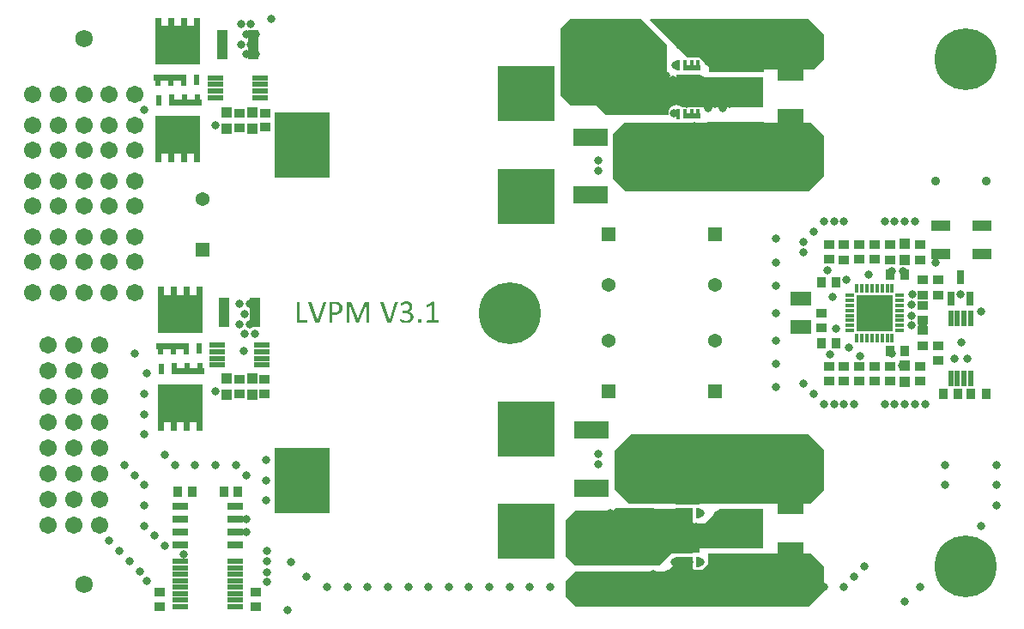
<source format=gts>
G04*
G04 #@! TF.GenerationSoftware,Altium Limited,Altium Designer,22.9.1 (49)*
G04*
G04 Layer_Color=8388736*
%FSLAX25Y25*%
%MOIN*%
G70*
G04*
G04 #@! TF.SameCoordinates,31D07EA8-2EF4-44A7-A807-3D2BB65C9B75*
G04*
G04*
G04 #@! TF.FilePolarity,Negative*
G04*
G01*
G75*
%ADD43R,0.09843X0.10080*%
%ADD47R,0.21181X0.25394*%
%ADD48R,0.22402X0.21378*%
%ADD49R,0.03465X0.04252*%
%ADD50R,0.01732X0.02362*%
%ADD51R,0.01732X0.04331*%
%ADD52R,0.01732X0.03543*%
%ADD53R,0.09409X0.07126*%
%ADD54R,0.06850X0.02362*%
%ADD55R,0.07559X0.04409*%
%ADD56R,0.01968X0.04331*%
%ADD57R,0.06004X0.02165*%
%ADD58R,0.04331X0.04134*%
%ADD59R,0.04252X0.03465*%
%ADD60R,0.04016X0.11496*%
%ADD61R,0.02165X0.06201*%
%ADD62R,0.04331X0.03740*%
%ADD63R,0.02953X0.05315*%
%ADD64R,0.14370X0.14370*%
%ADD65R,0.01496X0.03661*%
%ADD66R,0.01575X0.03740*%
%ADD67R,0.03661X0.01496*%
%ADD68R,0.03740X0.01575*%
%ADD69R,0.08110X0.05433*%
%ADD70R,0.03740X0.04331*%
%ADD71R,0.06299X0.02106*%
%ADD72R,0.21693X0.03583*%
%ADD73R,0.13780X0.06890*%
%ADD74R,0.06398X0.02953*%
%ADD75C,0.03543*%
%ADD76C,0.06713*%
%ADD77C,0.06791*%
%ADD78C,0.05413*%
%ADD79R,0.05413X0.05413*%
%ADD80C,0.03150*%
%ADD81C,0.24016*%
G36*
X76595Y214735D02*
X59232D01*
Y232648D01*
X61594D01*
Y229498D01*
X64232D01*
Y232648D01*
X66594D01*
Y229498D01*
X69232D01*
Y232648D01*
X71595D01*
Y229498D01*
X74232D01*
Y232648D01*
X76595D01*
Y214735D01*
D02*
G37*
G36*
X318898Y226378D02*
X318898Y216535D01*
X314936Y212574D01*
X275255Y212624D01*
X270556Y217323D01*
X265859D01*
X251361Y231821D01*
X251552Y232283D01*
X312992D01*
X318898Y226378D01*
D02*
G37*
G36*
X71398Y206467D02*
X69429D01*
Y208435D01*
X66398D01*
Y206467D01*
X64429D01*
Y208435D01*
X61398D01*
Y206467D01*
X59429D01*
Y208435D01*
X58799D01*
Y210798D01*
X71398D01*
Y206467D01*
D02*
G37*
G36*
X76535Y200984D02*
X77165D01*
Y198622D01*
X64567D01*
Y202953D01*
X66535D01*
Y200984D01*
X69567D01*
Y202953D01*
X71535D01*
Y200984D01*
X74567D01*
Y202953D01*
X76535D01*
Y200984D01*
D02*
G37*
G36*
X257874Y222441D02*
Y209674D01*
X295276Y209674D01*
Y197967D01*
X264067Y197967D01*
X264067Y197967D01*
X263666Y198310D01*
X262725Y198780D01*
X261683Y198923D01*
X260650Y198724D01*
X259736Y198205D01*
X259037Y197419D01*
X258626Y196451D01*
X258548Y195402D01*
X258572Y195264D01*
X258249Y194882D01*
X234252Y194882D01*
X230315Y198819D01*
X220472D01*
X216535Y202756D01*
X216535Y228346D01*
X220472Y232283D01*
X248031D01*
X257874Y222441D01*
D02*
G37*
G36*
X76732Y176772D02*
X74370D01*
Y179921D01*
X71732D01*
Y176772D01*
X69370D01*
Y179921D01*
X66732D01*
Y176772D01*
X64370D01*
Y179921D01*
X61732D01*
Y176772D01*
X59370D01*
Y194685D01*
X76732D01*
Y176772D01*
D02*
G37*
G36*
X313780Y192126D02*
X318898Y187008D01*
X318898Y171260D01*
X312992Y165354D01*
X242126Y165354D01*
X237008Y170472D01*
Y187795D01*
X241339Y192126D01*
X313780Y192126D01*
D02*
G37*
G36*
X77579Y110335D02*
X60216D01*
Y128248D01*
X62579D01*
Y125098D01*
X65216D01*
Y128248D01*
X67579D01*
Y125098D01*
X70217D01*
Y128248D01*
X72579D01*
Y125098D01*
X75217D01*
Y128248D01*
X77579D01*
Y110335D01*
D02*
G37*
G36*
X72382Y102067D02*
X70413D01*
Y104035D01*
X67382D01*
Y102067D01*
X65413D01*
Y104035D01*
X62382D01*
Y102067D01*
X60413D01*
Y104035D01*
X59784D01*
Y106398D01*
X72382D01*
Y102067D01*
D02*
G37*
G36*
X77520Y96653D02*
X78150D01*
Y94291D01*
X65551D01*
Y98622D01*
X67520D01*
Y96653D01*
X70551D01*
Y98622D01*
X72520D01*
Y96653D01*
X75551D01*
Y98622D01*
X77520D01*
Y96653D01*
D02*
G37*
G36*
X77716Y72441D02*
X75354D01*
Y75590D01*
X72716D01*
Y72441D01*
X70354D01*
Y75590D01*
X67716D01*
Y72441D01*
X65354D01*
Y75590D01*
X62717D01*
Y72441D01*
X60354D01*
Y90354D01*
X77716D01*
Y72441D01*
D02*
G37*
G36*
X312992Y70866D02*
X318898Y64961D01*
Y49213D01*
X313779Y44094D01*
X243307D01*
X237795Y49606D01*
Y64567D01*
X244094Y70866D01*
X312992Y70866D01*
D02*
G37*
G36*
X268110Y42126D02*
Y36256D01*
X272499D01*
Y36278D01*
X278166Y41945D01*
X295276D01*
Y26630D01*
X268110D01*
Y24803D01*
X259547D01*
X254823Y20079D01*
X222047D01*
X218504Y23622D01*
Y37402D01*
X222441Y41339D01*
X237090D01*
X238160Y42408D01*
X268110Y42126D01*
D02*
G37*
G36*
X318898Y19685D02*
X318898Y9843D01*
X312992Y3937D01*
X222441Y3937D01*
X218504Y7874D01*
Y13780D01*
X222441Y17717D01*
X257874D01*
X260630Y20472D01*
X267323D01*
Y19016D01*
X268032Y18307D01*
X271732D01*
X273859Y20434D01*
Y24623D01*
X313960D01*
X318898Y19685D01*
D02*
G37*
G36*
X142099Y122436D02*
X142154Y122415D01*
X142165Y122404D01*
X142209Y122393D01*
X142252Y122360D01*
X142296Y122316D01*
X142307Y122305D01*
X142340Y122283D01*
X142373Y122229D01*
X142405Y122174D01*
X142416Y122163D01*
X142427Y122119D01*
X142438Y122043D01*
X142449Y121955D01*
Y114457D01*
Y114446D01*
Y114425D01*
X142438Y114392D01*
X142416Y114359D01*
X142394Y114337D01*
X142373Y114326D01*
X142329Y114304D01*
X142318D01*
X142285Y114294D01*
X142230D01*
X142165Y114283D01*
X142143D01*
X142099Y114272D01*
X142012Y114261D01*
X141815D01*
X141728Y114272D01*
X141640Y114283D01*
X141629D01*
X141586Y114294D01*
X141531D01*
X141476Y114304D01*
X141465D01*
X141444Y114315D01*
X141411Y114337D01*
X141389Y114359D01*
Y114370D01*
X141378Y114392D01*
X141367Y114457D01*
Y121551D01*
X141345D01*
X138471Y114425D01*
Y114414D01*
X138460Y114403D01*
X138449Y114370D01*
X138416Y114348D01*
X138405D01*
X138394Y114326D01*
X138361Y114315D01*
X138318Y114294D01*
X138307D01*
X138274Y114283D01*
X138230D01*
X138165Y114272D01*
X138110D01*
X138033Y114261D01*
X137870D01*
X137793Y114272D01*
X137716Y114283D01*
X137706D01*
X137662Y114294D01*
X137618D01*
X137563Y114304D01*
X137552D01*
X137531Y114315D01*
X137498Y114337D01*
X137465Y114359D01*
Y114370D01*
X137443Y114381D01*
X137421Y114425D01*
X134667Y121551D01*
Y114457D01*
Y114446D01*
Y114425D01*
X134656Y114392D01*
X134634Y114359D01*
X134612Y114337D01*
X134590Y114326D01*
X134547Y114304D01*
X134536D01*
X134503Y114294D01*
X134448D01*
X134372Y114283D01*
X134350D01*
X134306Y114272D01*
X134219Y114261D01*
X134022D01*
X133935Y114272D01*
X133847Y114283D01*
X133836D01*
X133793Y114294D01*
X133738D01*
X133683Y114304D01*
X133672D01*
X133651Y114315D01*
X133629Y114337D01*
X133607Y114359D01*
Y114370D01*
X133596Y114392D01*
X133585Y114457D01*
Y121955D01*
Y121966D01*
Y121999D01*
X133596Y122043D01*
X133607Y122098D01*
X133640Y122229D01*
X133672Y122283D01*
X133716Y122327D01*
X133727Y122338D01*
X133738Y122349D01*
X133814Y122393D01*
X133913Y122425D01*
X133967Y122447D01*
X134820D01*
X134940Y122425D01*
X135061Y122404D01*
X135071D01*
X135082Y122393D01*
X135148Y122382D01*
X135235Y122338D01*
X135323Y122283D01*
X135334D01*
X135345Y122272D01*
X135388Y122229D01*
X135454Y122163D01*
X135520Y122076D01*
X135530Y122054D01*
X135563Y121999D01*
X135607Y121901D01*
X135651Y121781D01*
X137990Y115878D01*
X138012D01*
X140438Y121759D01*
Y121770D01*
X140449Y121791D01*
X140471Y121824D01*
X140482Y121879D01*
X140536Y121977D01*
X140591Y122087D01*
Y122098D01*
X140602Y122108D01*
X140646Y122163D01*
X140711Y122229D01*
X140777Y122294D01*
X140799Y122305D01*
X140842Y122338D01*
X140908Y122371D01*
X140996Y122404D01*
X141006D01*
X141017Y122415D01*
X141072Y122425D01*
X141170Y122436D01*
X141280Y122447D01*
X142034D01*
X142099Y122436D01*
D02*
G37*
G36*
X153248Y122469D02*
X153346Y122458D01*
X153368D01*
X153412Y122447D01*
X153467Y122436D01*
X153499Y122404D01*
X153510Y122393D01*
X153521Y122371D01*
X153532Y122327D01*
Y122272D01*
Y122261D01*
X153521Y122207D01*
X153510Y122141D01*
X153478Y122043D01*
X150821Y114479D01*
Y114468D01*
X150811Y114446D01*
X150756Y114370D01*
X150745Y114359D01*
X150723Y114348D01*
X150679Y114326D01*
X150625Y114304D01*
X150614D01*
X150570Y114294D01*
X150505Y114283D01*
X150428Y114272D01*
X150352D01*
X150253Y114261D01*
X149969D01*
X149881Y114272D01*
X149761D01*
X149707Y114283D01*
X149696D01*
X149663Y114294D01*
X149575Y114304D01*
X149565D01*
X149543Y114315D01*
X149477Y114337D01*
Y114348D01*
X149455Y114359D01*
X149423Y114403D01*
Y114414D01*
X149412Y114425D01*
X149390Y114490D01*
X146723Y122054D01*
Y122065D01*
X146712Y122076D01*
X146701Y122130D01*
X146679Y122207D01*
X146668Y122272D01*
Y122283D01*
X146679Y122327D01*
X146690Y122360D01*
X146723Y122404D01*
X146734Y122415D01*
X146766Y122425D01*
X146821Y122447D01*
X146898Y122458D01*
X146920D01*
X146952Y122469D01*
X146996D01*
X147105Y122480D01*
X147433D01*
X147521Y122469D01*
X147543D01*
X147586Y122458D01*
X147641Y122447D01*
X147685Y122425D01*
X147696D01*
X147717Y122415D01*
X147739Y122393D01*
X147761Y122360D01*
X147772Y122349D01*
X147783Y122338D01*
X147805Y122305D01*
X147827Y122261D01*
X150166Y115408D01*
X152439Y122250D01*
Y122261D01*
X152450Y122294D01*
X152472Y122360D01*
X152483Y122371D01*
X152494Y122382D01*
X152559Y122425D01*
X152570Y122436D01*
X152603Y122447D01*
X152658Y122458D01*
X152734Y122469D01*
X152756D01*
X152822Y122480D01*
X153150D01*
X153248Y122469D01*
D02*
G37*
G36*
X125311D02*
X125409Y122458D01*
X125431D01*
X125475Y122447D01*
X125530Y122436D01*
X125562Y122404D01*
X125573Y122393D01*
X125584Y122371D01*
X125595Y122327D01*
Y122272D01*
Y122261D01*
X125584Y122207D01*
X125573Y122141D01*
X125540Y122043D01*
X122884Y114479D01*
Y114468D01*
X122873Y114446D01*
X122819Y114370D01*
X122808Y114359D01*
X122786Y114348D01*
X122742Y114326D01*
X122688Y114304D01*
X122677D01*
X122633Y114294D01*
X122567Y114283D01*
X122491Y114272D01*
X122415D01*
X122316Y114261D01*
X122032D01*
X121944Y114272D01*
X121824D01*
X121770Y114283D01*
X121759D01*
X121726Y114294D01*
X121638Y114304D01*
X121627D01*
X121606Y114315D01*
X121540Y114337D01*
Y114348D01*
X121518Y114359D01*
X121485Y114403D01*
Y114414D01*
X121475Y114425D01*
X121453Y114490D01*
X118786Y122054D01*
Y122065D01*
X118775Y122076D01*
X118764Y122130D01*
X118742Y122207D01*
X118731Y122272D01*
Y122283D01*
X118742Y122327D01*
X118753Y122360D01*
X118786Y122404D01*
X118797Y122415D01*
X118829Y122425D01*
X118884Y122447D01*
X118961Y122458D01*
X118982D01*
X119015Y122469D01*
X119059D01*
X119168Y122480D01*
X119496D01*
X119584Y122469D01*
X119605D01*
X119649Y122458D01*
X119704Y122447D01*
X119747Y122425D01*
X119758D01*
X119780Y122415D01*
X119802Y122393D01*
X119824Y122360D01*
X119835Y122349D01*
X119846Y122338D01*
X119868Y122305D01*
X119890Y122261D01*
X122229Y115408D01*
X124502Y122250D01*
Y122261D01*
X124513Y122294D01*
X124535Y122360D01*
X124546Y122371D01*
X124557Y122382D01*
X124622Y122425D01*
X124633Y122436D01*
X124666Y122447D01*
X124721Y122458D01*
X124797Y122469D01*
X124819D01*
X124885Y122480D01*
X125213D01*
X125311Y122469D01*
D02*
G37*
G36*
X157063Y122556D02*
X157194Y122546D01*
X157347Y122535D01*
X157511Y122502D01*
X157686Y122469D01*
X157850Y122415D01*
X157871Y122404D01*
X157926Y122393D01*
X158002Y122360D01*
X158101Y122305D01*
X158210Y122250D01*
X158330Y122185D01*
X158451Y122098D01*
X158560Y121999D01*
X158571Y121988D01*
X158604Y121955D01*
X158658Y121901D01*
X158724Y121824D01*
X158800Y121726D01*
X158866Y121617D01*
X158942Y121496D01*
X158997Y121365D01*
X159008Y121354D01*
X159019Y121300D01*
X159041Y121223D01*
X159074Y121125D01*
X159096Y121004D01*
X159117Y120873D01*
X159128Y120720D01*
X159139Y120556D01*
Y120535D01*
Y120491D01*
Y120414D01*
X159128Y120327D01*
X159117Y120218D01*
X159096Y120086D01*
X159030Y119835D01*
Y119824D01*
X159008Y119780D01*
X158986Y119715D01*
X158953Y119638D01*
X158910Y119551D01*
X158866Y119452D01*
X158735Y119245D01*
X158724Y119234D01*
X158702Y119201D01*
X158658Y119157D01*
X158604Y119103D01*
X158527Y119026D01*
X158451Y118961D01*
X158254Y118818D01*
X158243Y118807D01*
X158210Y118786D01*
X158145Y118764D01*
X158068Y118720D01*
X157981Y118676D01*
X157871Y118644D01*
X157740Y118600D01*
X157609Y118567D01*
Y118556D01*
X157631D01*
X157675Y118545D01*
X157762Y118534D01*
X157860Y118512D01*
X157981Y118491D01*
X158112Y118447D01*
X158243Y118403D01*
X158374Y118349D01*
X158385Y118338D01*
X158429Y118316D01*
X158494Y118283D01*
X158582Y118239D01*
X158680Y118174D01*
X158779Y118097D01*
X158975Y117922D01*
X158986Y117911D01*
X159019Y117878D01*
X159063Y117824D01*
X159128Y117758D01*
X159194Y117671D01*
X159259Y117572D01*
X159325Y117452D01*
X159380Y117332D01*
X159391Y117321D01*
X159402Y117277D01*
X159423Y117212D01*
X159456Y117124D01*
X159478Y117015D01*
X159500Y116895D01*
X159511Y116764D01*
X159522Y116622D01*
Y116611D01*
Y116600D01*
Y116567D01*
Y116523D01*
X159511Y116414D01*
X159500Y116283D01*
X159478Y116119D01*
X159434Y115955D01*
X159391Y115780D01*
X159325Y115605D01*
X159314Y115583D01*
X159292Y115529D01*
X159249Y115441D01*
X159183Y115343D01*
X159096Y115223D01*
X159008Y115091D01*
X158888Y114960D01*
X158757Y114829D01*
X158746Y114818D01*
X158691Y114774D01*
X158615Y114720D01*
X158505Y114654D01*
X158385Y114567D01*
X158232Y114490D01*
X158057Y114414D01*
X157860Y114337D01*
X157850D01*
X157839Y114326D01*
X157806D01*
X157762Y114315D01*
X157653Y114283D01*
X157511Y114261D01*
X157336Y114228D01*
X157128Y114195D01*
X156899Y114184D01*
X156658Y114173D01*
X156505D01*
X156407Y114184D01*
X156287D01*
X156155Y114206D01*
X155882Y114239D01*
X155871D01*
X155827Y114250D01*
X155762Y114261D01*
X155674Y114283D01*
X155576Y114304D01*
X155467Y114326D01*
X155248Y114392D01*
X155237D01*
X155204Y114403D01*
X155150Y114425D01*
X155084Y114446D01*
X154942Y114512D01*
X154789Y114578D01*
X154778D01*
X154756Y114600D01*
X154691Y114632D01*
X154614Y114676D01*
X154581Y114698D01*
X154560Y114720D01*
X154549Y114731D01*
X154538Y114752D01*
X154494Y114807D01*
Y114818D01*
X154483Y114840D01*
X154472Y114873D01*
X154450Y114917D01*
Y114927D01*
X154439Y114960D01*
X154428Y115004D01*
X154418Y115069D01*
Y115091D01*
Y115135D01*
Y115212D01*
Y115299D01*
Y115310D01*
Y115332D01*
Y115375D01*
X154428Y115419D01*
X154439Y115518D01*
X154450Y115572D01*
X154461Y115605D01*
X154472Y115616D01*
X154494Y115660D01*
X154527Y115692D01*
X154581Y115703D01*
X154592D01*
X154636Y115692D01*
X154702Y115660D01*
X154811Y115594D01*
X154822D01*
X154844Y115572D01*
X154876Y115561D01*
X154931Y115529D01*
X154997Y115496D01*
X155073Y115463D01*
X155248Y115375D01*
X155259D01*
X155292Y115354D01*
X155358Y115332D01*
X155434Y115310D01*
X155521Y115277D01*
X155631Y115244D01*
X155751Y115201D01*
X155882Y115168D01*
X155904D01*
X155948Y115157D01*
X156024Y115135D01*
X156123Y115124D01*
X156232Y115102D01*
X156374Y115080D01*
X156516Y115069D01*
X156756D01*
X156833Y115080D01*
X156931D01*
X157052Y115091D01*
X157172Y115113D01*
X157423Y115168D01*
X157434D01*
X157478Y115190D01*
X157544Y115212D01*
X157620Y115244D01*
X157795Y115343D01*
X157970Y115474D01*
X157981Y115485D01*
X158002Y115507D01*
X158046Y115550D01*
X158090Y115605D01*
X158145Y115671D01*
X158199Y115747D01*
X158298Y115933D01*
X158309Y115944D01*
X158319Y115977D01*
X158341Y116031D01*
X158363Y116108D01*
X158385Y116195D01*
X158396Y116294D01*
X158418Y116403D01*
Y116523D01*
Y116534D01*
Y116578D01*
X158407Y116643D01*
X158396Y116731D01*
X158385Y116818D01*
X158363Y116928D01*
X158319Y117026D01*
X158276Y117135D01*
X158265Y117146D01*
X158254Y117179D01*
X158221Y117234D01*
X158167Y117299D01*
X158112Y117376D01*
X158046Y117463D01*
X157959Y117540D01*
X157860Y117616D01*
X157850Y117627D01*
X157817Y117649D01*
X157751Y117693D01*
X157675Y117736D01*
X157576Y117780D01*
X157467Y117835D01*
X157336Y117889D01*
X157194Y117933D01*
X157172D01*
X157128Y117955D01*
X157041Y117966D01*
X156931Y117988D01*
X156800Y118010D01*
X156647Y118021D01*
X156483Y118043D01*
X155467D01*
X155390Y118064D01*
X155379D01*
X155368Y118086D01*
X155314Y118130D01*
Y118141D01*
X155292Y118163D01*
X155281Y118206D01*
X155259Y118261D01*
Y118272D01*
X155248Y118327D01*
X155237Y118392D01*
Y118480D01*
Y118491D01*
Y118501D01*
Y118545D01*
Y118611D01*
X155248Y118676D01*
Y118687D01*
X155259Y118720D01*
X155281Y118764D01*
X155303Y118797D01*
X155314Y118807D01*
X155325Y118818D01*
X155379Y118862D01*
X155390Y118873D01*
X155412Y118884D01*
X155445Y118895D01*
X156265D01*
X156352Y118906D01*
X156450D01*
X156560Y118917D01*
X156691Y118939D01*
X156942Y118993D01*
X156953D01*
X156997Y119015D01*
X157063Y119037D01*
X157139Y119070D01*
X157314Y119168D01*
X157500Y119299D01*
X157511Y119310D01*
X157533Y119332D01*
X157576Y119376D01*
X157631Y119441D01*
X157686Y119507D01*
X157740Y119595D01*
X157850Y119780D01*
X157860Y119791D01*
X157871Y119835D01*
X157893Y119890D01*
X157915Y119966D01*
X157937Y120064D01*
X157959Y120163D01*
X157981Y120283D01*
Y120414D01*
Y120425D01*
Y120458D01*
Y120502D01*
X157970Y120567D01*
X157948Y120720D01*
X157893Y120895D01*
Y120906D01*
X157882Y120939D01*
X157860Y120983D01*
X157839Y121037D01*
X157762Y121168D01*
X157653Y121300D01*
X157642Y121310D01*
X157620Y121332D01*
X157587Y121365D01*
X157544Y121398D01*
X157478Y121442D01*
X157401Y121485D01*
X157227Y121573D01*
X157216D01*
X157183Y121584D01*
X157128Y121606D01*
X157063Y121627D01*
X156975Y121638D01*
X156877Y121660D01*
X156767Y121671D01*
X156582D01*
X156516Y121660D01*
X156429D01*
X156319Y121638D01*
X156210Y121617D01*
X156090Y121595D01*
X155970Y121551D01*
X155959D01*
X155915Y121529D01*
X155860Y121507D01*
X155795Y121485D01*
X155707Y121453D01*
X155620Y121409D01*
X155434Y121321D01*
X155423D01*
X155390Y121300D01*
X155347Y121278D01*
X155292Y121245D01*
X155161Y121179D01*
X155030Y121092D01*
X155019D01*
X155008Y121070D01*
X154942Y121037D01*
X154876Y121004D01*
X154822Y120983D01*
X154800D01*
X154735Y120994D01*
X154713Y121004D01*
X154702Y121026D01*
X154680Y121048D01*
Y121059D01*
X154669Y121092D01*
X154658Y121136D01*
X154647Y121190D01*
Y121201D01*
Y121256D01*
Y121321D01*
Y121409D01*
Y121431D01*
Y121464D01*
Y121518D01*
Y121573D01*
Y121584D01*
X154658Y121617D01*
X154669Y121704D01*
Y121715D01*
X154680Y121737D01*
X154713Y121802D01*
X154724Y121813D01*
X154735Y121835D01*
X154800Y121901D01*
X154811Y121912D01*
X154855Y121944D01*
X154931Y121999D01*
X155041Y122076D01*
X155051Y122087D01*
X155073Y122098D01*
X155117Y122119D01*
X155172Y122152D01*
X155237Y122185D01*
X155314Y122229D01*
X155489Y122305D01*
X155500D01*
X155532Y122327D01*
X155598Y122349D01*
X155674Y122371D01*
X155762Y122404D01*
X155871Y122425D01*
X155981Y122458D01*
X156112Y122491D01*
X156123D01*
X156177Y122502D01*
X156243Y122513D01*
X156341Y122535D01*
X156450Y122546D01*
X156571Y122556D01*
X156713Y122567D01*
X156953D01*
X157063Y122556D01*
D02*
G37*
G36*
X167359Y122491D02*
X167435Y122480D01*
X167457D01*
X167501Y122469D01*
X167555Y122458D01*
X167599Y122447D01*
X167610D01*
X167632Y122436D01*
X167654Y122415D01*
X167676Y122393D01*
X167686Y122371D01*
X167697Y122316D01*
Y115168D01*
X169206D01*
X169228Y115157D01*
X169260Y115135D01*
X169271Y115124D01*
X169282Y115113D01*
X169337Y115048D01*
X169348Y115037D01*
X169359Y115015D01*
X169370Y114960D01*
X169381Y114906D01*
Y114895D01*
X169392Y114851D01*
X169403Y114796D01*
Y114720D01*
Y114698D01*
Y114654D01*
X169392Y114578D01*
X169381Y114512D01*
Y114501D01*
X169370Y114468D01*
X169326Y114381D01*
Y114370D01*
X169304Y114359D01*
X169249Y114315D01*
X169228Y114304D01*
X169173Y114294D01*
X164888D01*
X164823Y114315D01*
X164801Y114337D01*
X164757Y114381D01*
Y114392D01*
X164735Y114414D01*
X164725Y114457D01*
X164703Y114512D01*
Y114523D01*
Y114567D01*
X164692Y114632D01*
Y114720D01*
Y114742D01*
Y114785D01*
Y114840D01*
X164703Y114906D01*
Y114917D01*
X164714Y114960D01*
X164735Y115004D01*
X164746Y115048D01*
X164757Y115059D01*
X164768Y115080D01*
X164823Y115135D01*
X164834Y115146D01*
X164856Y115157D01*
X164877Y115168D01*
X166615D01*
Y121365D01*
X165041Y120425D01*
X165020Y120414D01*
X164976Y120392D01*
X164910Y120360D01*
X164845Y120338D01*
X164801D01*
X164757Y120349D01*
X164725Y120370D01*
X164714Y120381D01*
X164703Y120403D01*
X164681Y120447D01*
X164670Y120502D01*
Y120524D01*
Y120567D01*
X164659Y120644D01*
Y120742D01*
Y120764D01*
Y120808D01*
Y120862D01*
Y120928D01*
Y120939D01*
X164670Y120972D01*
X164681Y121015D01*
X164692Y121048D01*
Y121059D01*
X164703Y121081D01*
X164746Y121136D01*
X164757Y121147D01*
X164768Y121168D01*
X164834Y121223D01*
X166714Y122425D01*
X166725Y122436D01*
X166768Y122447D01*
X166779D01*
X166801Y122458D01*
X166867Y122480D01*
X166878D01*
X166900Y122491D01*
X167009D01*
X167053Y122502D01*
X167271D01*
X167359Y122491D01*
D02*
G37*
G36*
X114884Y122469D02*
X114960Y122458D01*
X114982D01*
X115026Y122447D01*
X115080Y122436D01*
X115135Y122425D01*
X115146D01*
X115168Y122415D01*
X115201Y122393D01*
X115223Y122360D01*
X115233Y122349D01*
X115244Y122338D01*
X115255Y122305D01*
Y122272D01*
Y115233D01*
X118206D01*
X118239Y115223D01*
X118272Y115201D01*
X118283Y115190D01*
X118294Y115179D01*
X118338Y115113D01*
X118349Y115102D01*
X118359Y115080D01*
X118370Y115037D01*
X118381Y114971D01*
Y114960D01*
X118392Y114917D01*
X118403Y114851D01*
Y114763D01*
Y114742D01*
Y114687D01*
X118392Y114621D01*
X118381Y114545D01*
Y114534D01*
X118370Y114501D01*
X118359Y114457D01*
X118338Y114403D01*
Y114392D01*
X118327Y114370D01*
X118272Y114315D01*
X118261D01*
X118250Y114304D01*
X118217Y114294D01*
X114545D01*
X114479Y114304D01*
X114392Y114326D01*
X114294Y114381D01*
X114272Y114403D01*
X114261Y114425D01*
X114239Y114457D01*
X114217Y114512D01*
X114195Y114567D01*
X114184Y114643D01*
X114173Y114731D01*
Y122272D01*
Y122283D01*
Y122305D01*
X114195Y122360D01*
Y122371D01*
X114217Y122382D01*
X114239Y122404D01*
X114283Y122425D01*
X114294D01*
X114326Y122436D01*
X114381Y122447D01*
X114446Y122458D01*
X114468D01*
X114523Y122469D01*
X114600Y122480D01*
X114796D01*
X114884Y122469D01*
D02*
G37*
G36*
X129322Y122436D02*
X129410D01*
X129585Y122415D01*
X129628D01*
X129683Y122404D01*
X129748Y122393D01*
X129836Y122382D01*
X129934Y122360D01*
X130044Y122338D01*
X130164Y122316D01*
X130175D01*
X130219Y122305D01*
X130284Y122283D01*
X130371Y122261D01*
X130470Y122229D01*
X130579Y122174D01*
X130710Y122119D01*
X130831Y122054D01*
X130842Y122043D01*
X130885Y122021D01*
X130951Y121977D01*
X131038Y121923D01*
X131126Y121846D01*
X131224Y121759D01*
X131322Y121671D01*
X131421Y121562D01*
X131432Y121551D01*
X131465Y121507D01*
X131508Y121453D01*
X131563Y121376D01*
X131617Y121278D01*
X131683Y121158D01*
X131738Y121037D01*
X131792Y120895D01*
X131803Y120873D01*
X131814Y120830D01*
X131836Y120753D01*
X131858Y120644D01*
X131880Y120524D01*
X131902Y120381D01*
X131924Y120218D01*
Y120054D01*
Y120043D01*
Y120032D01*
Y119999D01*
Y119955D01*
X131913Y119835D01*
X131902Y119682D01*
X131869Y119518D01*
X131836Y119332D01*
X131781Y119135D01*
X131716Y118950D01*
X131705Y118928D01*
X131683Y118873D01*
X131628Y118775D01*
X131574Y118666D01*
X131486Y118523D01*
X131388Y118392D01*
X131268Y118250D01*
X131137Y118108D01*
X131115Y118097D01*
X131071Y118053D01*
X130994Y117988D01*
X130885Y117911D01*
X130754Y117835D01*
X130590Y117747D01*
X130415Y117660D01*
X130219Y117583D01*
X130208D01*
X130197Y117572D01*
X130164Y117561D01*
X130120Y117551D01*
X130011Y117529D01*
X129847Y117496D01*
X129661Y117452D01*
X129442Y117430D01*
X129191Y117409D01*
X128918Y117398D01*
X128000D01*
Y114457D01*
Y114446D01*
Y114425D01*
X127989Y114392D01*
X127967Y114359D01*
X127956D01*
X127945Y114337D01*
X127912Y114326D01*
X127868Y114304D01*
X127858D01*
X127825Y114294D01*
X127781D01*
X127705Y114283D01*
X127683D01*
X127639Y114272D01*
X127562Y114261D01*
X127366D01*
X127278Y114272D01*
X127191Y114283D01*
X127180D01*
X127136Y114294D01*
X127082D01*
X127027Y114304D01*
X127016D01*
X126994Y114315D01*
X126961Y114337D01*
X126939Y114359D01*
Y114370D01*
X126928Y114392D01*
X126918Y114457D01*
Y121977D01*
Y121988D01*
Y122021D01*
X126928Y122065D01*
X126939Y122119D01*
X126972Y122240D01*
X127005Y122294D01*
X127049Y122338D01*
X127060D01*
X127071Y122360D01*
X127136Y122393D01*
X127224Y122425D01*
X127344Y122447D01*
X129246D01*
X129322Y122436D01*
D02*
G37*
G36*
X162068Y115692D02*
X162145Y115682D01*
X162320Y115638D01*
X162396Y115605D01*
X162462Y115550D01*
X162473Y115540D01*
X162484Y115518D01*
X162506Y115485D01*
X162539Y115430D01*
X162560Y115343D01*
X162582Y115244D01*
X162593Y115124D01*
X162604Y114971D01*
Y114949D01*
Y114906D01*
X162593Y114829D01*
X162582Y114731D01*
X162539Y114534D01*
X162506Y114446D01*
X162451Y114381D01*
X162440Y114370D01*
X162418Y114359D01*
X162385Y114337D01*
X162331Y114315D01*
X162265Y114283D01*
X162167Y114261D01*
X162058Y114250D01*
X161926Y114239D01*
X161861D01*
X161795Y114250D01*
X161719Y114261D01*
X161544Y114304D01*
X161467Y114337D01*
X161402Y114381D01*
X161391Y114392D01*
X161380Y114414D01*
X161358Y114446D01*
X161336Y114512D01*
X161303Y114589D01*
X161282Y114687D01*
X161271Y114807D01*
X161260Y114960D01*
Y114982D01*
Y115037D01*
X161271Y115102D01*
X161282Y115201D01*
X161325Y115397D01*
X161358Y115485D01*
X161402Y115550D01*
X161413Y115561D01*
X161434Y115572D01*
X161467Y115594D01*
X161522Y115627D01*
X161599Y115660D01*
X161697Y115682D01*
X161806Y115692D01*
X161937Y115703D01*
X162003D01*
X162068Y115692D01*
D02*
G37*
%LPC*%
G36*
X128994Y121551D02*
X128000D01*
Y118283D01*
X129060D01*
X129147Y118294D01*
X129257D01*
X129388Y118316D01*
X129519Y118338D01*
X129661Y118359D01*
X129781Y118403D01*
X129792Y118414D01*
X129836Y118425D01*
X129902Y118458D01*
X129978Y118501D01*
X130153Y118611D01*
X130328Y118753D01*
X130339Y118764D01*
X130361Y118797D01*
X130404Y118840D01*
X130459Y118906D01*
X130514Y118982D01*
X130568Y119070D01*
X130623Y119168D01*
X130667Y119278D01*
X130677Y119289D01*
X130689Y119332D01*
X130710Y119398D01*
X130732Y119485D01*
X130754Y119584D01*
X130765Y119704D01*
X130787Y119835D01*
Y119966D01*
Y119977D01*
Y119988D01*
Y120054D01*
X130776Y120141D01*
X130765Y120250D01*
X130743Y120381D01*
X130699Y120524D01*
X130656Y120655D01*
X130590Y120786D01*
X130579Y120797D01*
X130557Y120841D01*
X130514Y120906D01*
X130459Y120972D01*
X130393Y121059D01*
X130317Y121147D01*
X130229Y121223D01*
X130131Y121289D01*
X130120Y121300D01*
X130087Y121310D01*
X130033Y121343D01*
X129956Y121376D01*
X129869Y121409D01*
X129781Y121442D01*
X129672Y121475D01*
X129563Y121496D01*
X129552D01*
X129519Y121507D01*
X129453Y121518D01*
X129388Y121529D01*
X129300D01*
X129202Y121540D01*
X128994Y121551D01*
D02*
G37*
%LPD*%
D43*
X306102Y213276D02*
D03*
Y192236D02*
D03*
Y23928D02*
D03*
Y44969D02*
D03*
D47*
X116457Y53150D02*
D03*
Y183465D02*
D03*
D48*
X203366Y33169D02*
D03*
Y73150D02*
D03*
Y163484D02*
D03*
Y203465D02*
D03*
D49*
X68110Y48819D02*
D03*
X73622D02*
D03*
X350197Y132874D02*
D03*
X344685D02*
D03*
X323622Y106299D02*
D03*
X318110D02*
D03*
X323622Y129921D02*
D03*
X318110D02*
D03*
X350197Y103347D02*
D03*
X344685D02*
D03*
X85827Y48819D02*
D03*
X91339D02*
D03*
D50*
X270079Y196457D02*
D03*
X267520D02*
D03*
X264961D02*
D03*
X267323Y20472D02*
D03*
X264764D02*
D03*
X262205D02*
D03*
X270079Y215158D02*
D03*
X267520D02*
D03*
X264961D02*
D03*
X262184Y39209D02*
D03*
X264743D02*
D03*
X267302D02*
D03*
D51*
X262402Y195472D02*
D03*
X269882Y21457D02*
D03*
X262402Y214173D02*
D03*
X269861Y40193D02*
D03*
D52*
X262402Y183661D02*
D03*
X264961D02*
D03*
X267520D02*
D03*
X270079D02*
D03*
X262205Y33268D02*
D03*
X264764D02*
D03*
X267323D02*
D03*
X269882D02*
D03*
X262402Y202362D02*
D03*
X264961D02*
D03*
X267520D02*
D03*
X270079D02*
D03*
X269861Y52004D02*
D03*
X267302D02*
D03*
X264743D02*
D03*
X262184D02*
D03*
D53*
X266240Y188602D02*
D03*
X266043Y28327D02*
D03*
X266240Y207303D02*
D03*
X266022Y47063D02*
D03*
D54*
X267520Y194488D02*
D03*
X264764Y22441D02*
D03*
X267520Y213189D02*
D03*
X264743Y41177D02*
D03*
D55*
X380315Y140945D02*
D03*
Y151969D02*
D03*
X364173D02*
D03*
Y140945D02*
D03*
D56*
X60551Y200787D02*
D03*
X75413Y208632D02*
D03*
X76398Y104232D02*
D03*
X61535Y96457D02*
D03*
D57*
X82571Y209429D02*
D03*
Y206870D02*
D03*
Y204311D02*
D03*
Y201752D02*
D03*
X99988D02*
D03*
Y204311D02*
D03*
Y206870D02*
D03*
Y209429D02*
D03*
X100697Y105512D02*
D03*
Y102953D02*
D03*
Y100394D02*
D03*
Y97835D02*
D03*
X83280D02*
D03*
Y100394D02*
D03*
Y102953D02*
D03*
Y105512D02*
D03*
D58*
X86949Y189646D02*
D03*
Y195945D02*
D03*
X97047Y196063D02*
D03*
Y189764D02*
D03*
X350394Y138583D02*
D03*
Y144882D02*
D03*
X350394Y91339D02*
D03*
Y97638D02*
D03*
X87008Y92716D02*
D03*
Y86417D02*
D03*
X96850D02*
D03*
Y92716D02*
D03*
D59*
X91870Y195551D02*
D03*
Y190039D02*
D03*
X101969Y195669D02*
D03*
Y190157D02*
D03*
X363189Y105315D02*
D03*
Y99803D02*
D03*
X332677Y144488D02*
D03*
Y138976D02*
D03*
X338583Y144488D02*
D03*
Y138976D02*
D03*
X317913Y112402D02*
D03*
Y117913D02*
D03*
X320866Y97244D02*
D03*
Y91732D02*
D03*
X338583D02*
D03*
Y97244D02*
D03*
X357283Y115354D02*
D03*
Y120866D02*
D03*
X332677Y91732D02*
D03*
Y97244D02*
D03*
X320866Y138976D02*
D03*
Y144488D02*
D03*
X61024Y4134D02*
D03*
Y9646D02*
D03*
X98425D02*
D03*
Y4134D02*
D03*
X91929Y86811D02*
D03*
Y92323D02*
D03*
X101772Y86811D02*
D03*
Y92323D02*
D03*
D60*
X85216Y222323D02*
D03*
X97342D02*
D03*
X98051Y118405D02*
D03*
X85925D02*
D03*
D61*
X375886Y92764D02*
D03*
X373327D02*
D03*
X370768D02*
D03*
X368209D02*
D03*
Y115898D02*
D03*
X370768D02*
D03*
X373327D02*
D03*
X375886D02*
D03*
D62*
X363189Y130905D02*
D03*
Y125000D02*
D03*
X356299Y138779D02*
D03*
Y144685D02*
D03*
X344488Y138779D02*
D03*
Y144685D02*
D03*
X357283Y130905D02*
D03*
Y125000D02*
D03*
X326772Y91535D02*
D03*
Y97441D02*
D03*
X344488Y91535D02*
D03*
Y97441D02*
D03*
X357283Y105315D02*
D03*
Y111221D02*
D03*
X356299Y97441D02*
D03*
Y91535D02*
D03*
X326772Y144685D02*
D03*
Y138779D02*
D03*
D63*
X372047Y131890D02*
D03*
X375787Y123622D02*
D03*
X368307D02*
D03*
D64*
X338583Y118110D02*
D03*
D65*
X345472Y108465D02*
D03*
X331693D02*
D03*
Y127756D02*
D03*
X345472D02*
D03*
D66*
X343504Y108465D02*
D03*
X341535D02*
D03*
X339567D02*
D03*
X337598D02*
D03*
X335630D02*
D03*
X333661D02*
D03*
Y127756D02*
D03*
X335630D02*
D03*
X337598D02*
D03*
X339567D02*
D03*
X341535D02*
D03*
X343504D02*
D03*
D67*
X328937Y111221D02*
D03*
Y125000D02*
D03*
X348228D02*
D03*
Y111221D02*
D03*
D68*
X328937Y113189D02*
D03*
Y115157D02*
D03*
Y117126D02*
D03*
Y119095D02*
D03*
Y121063D02*
D03*
Y123031D02*
D03*
X348228D02*
D03*
Y121063D02*
D03*
Y119095D02*
D03*
Y117126D02*
D03*
Y115157D02*
D03*
Y113189D02*
D03*
D69*
X310039Y112520D02*
D03*
Y123701D02*
D03*
D70*
X381890Y86614D02*
D03*
X375984D02*
D03*
X365158D02*
D03*
X371063D02*
D03*
D71*
X90354Y21543D02*
D03*
Y19047D02*
D03*
Y16543D02*
D03*
Y14047D02*
D03*
Y11543D02*
D03*
Y9047D02*
D03*
Y6543D02*
D03*
Y4047D02*
D03*
X69095D02*
D03*
Y6543D02*
D03*
Y9047D02*
D03*
Y11543D02*
D03*
Y14047D02*
D03*
Y16543D02*
D03*
Y19047D02*
D03*
Y21543D02*
D03*
D72*
X284842Y190748D02*
D03*
Y213189D02*
D03*
X284625Y23067D02*
D03*
Y45508D02*
D03*
D73*
X228543Y50098D02*
D03*
Y72539D02*
D03*
X228346Y163976D02*
D03*
Y186417D02*
D03*
D74*
X69047Y42933D02*
D03*
Y37933D02*
D03*
Y32933D02*
D03*
Y27933D02*
D03*
X90402D02*
D03*
Y32933D02*
D03*
Y37933D02*
D03*
Y42933D02*
D03*
D75*
X362205Y169291D02*
D03*
X381890D02*
D03*
D76*
X51181Y137894D02*
D03*
X41339D02*
D03*
X31496D02*
D03*
X21654D02*
D03*
X11811D02*
D03*
X51181Y126083D02*
D03*
X41339D02*
D03*
X31496D02*
D03*
X21654D02*
D03*
X11811D02*
D03*
X31496Y202854D02*
D03*
X21654D02*
D03*
X11811D02*
D03*
X21654Y191043D02*
D03*
X11811D02*
D03*
X21654Y181201D02*
D03*
X11811D02*
D03*
X21654Y169390D02*
D03*
X11811D02*
D03*
X21654Y159547D02*
D03*
X11811D02*
D03*
X21654Y147736D02*
D03*
X11811D02*
D03*
X51181Y169390D02*
D03*
Y202854D02*
D03*
X41339D02*
D03*
X51181Y191043D02*
D03*
X41339D02*
D03*
X51181Y181201D02*
D03*
X41339D02*
D03*
Y169390D02*
D03*
X51181Y159547D02*
D03*
X41339D02*
D03*
X51181Y147736D02*
D03*
X41339D02*
D03*
X31496D02*
D03*
Y191043D02*
D03*
Y181201D02*
D03*
Y169390D02*
D03*
Y159547D02*
D03*
X37716Y105728D02*
D03*
X17717Y85728D02*
D03*
X27716Y105728D02*
D03*
X17717Y75728D02*
D03*
X27716D02*
D03*
X37716Y95728D02*
D03*
X27716Y85728D02*
D03*
X17717Y95728D02*
D03*
X27716D02*
D03*
X17717Y105728D02*
D03*
Y55728D02*
D03*
X27716Y35728D02*
D03*
X17717D02*
D03*
X27716Y45728D02*
D03*
X17717D02*
D03*
X27716Y55728D02*
D03*
Y65728D02*
D03*
X17717D02*
D03*
X37716Y85728D02*
D03*
Y75728D02*
D03*
Y65728D02*
D03*
Y55728D02*
D03*
Y45728D02*
D03*
Y35728D02*
D03*
D77*
X31496Y12808D02*
D03*
Y224508D02*
D03*
D78*
X276575Y128937D02*
D03*
Y107283D02*
D03*
X235236D02*
D03*
Y128937D02*
D03*
X77756Y162402D02*
D03*
D79*
X276575Y148622D02*
D03*
Y87598D02*
D03*
X235236D02*
D03*
Y148622D02*
D03*
X77756Y142717D02*
D03*
D80*
X342520Y82677D02*
D03*
X333071Y101181D02*
D03*
X328740Y104724D02*
D03*
X323686Y111827D02*
D03*
X372047Y125236D02*
D03*
X353150Y125189D02*
D03*
X353051Y121268D02*
D03*
X352859Y116921D02*
D03*
X94488Y32933D02*
D03*
X102772Y25814D02*
D03*
Y21772D02*
D03*
X274803Y10433D02*
D03*
X303150Y11811D02*
D03*
X212598D02*
D03*
X149606D02*
D03*
X263780Y10433D02*
D03*
X228346Y11811D02*
D03*
X280315Y10433D02*
D03*
X318898Y11811D02*
D03*
X165354D02*
D03*
X181102D02*
D03*
X252756Y10433D02*
D03*
X125984Y11811D02*
D03*
X188976D02*
D03*
X241732Y10433D02*
D03*
X295276Y11811D02*
D03*
X204724D02*
D03*
X326772Y11811D02*
D03*
X141732Y11811D02*
D03*
X196850D02*
D03*
X247244Y10433D02*
D03*
X133858Y11811D02*
D03*
X269291Y10433D02*
D03*
X285827Y10433D02*
D03*
X311024Y11811D02*
D03*
X220472D02*
D03*
X157480D02*
D03*
X258268Y10433D02*
D03*
X173228Y11811D02*
D03*
X102362Y53150D02*
D03*
Y45276D02*
D03*
Y61024D02*
D03*
X330709Y82677D02*
D03*
X346457D02*
D03*
X322835Y153543D02*
D03*
X326772D02*
D03*
X349699Y134257D02*
D03*
X345276Y134252D02*
D03*
X41339Y29528D02*
D03*
X62992Y27559D02*
D03*
X59055Y31496D02*
D03*
X55118Y35433D02*
D03*
Y43307D02*
D03*
Y51181D02*
D03*
X51181Y55118D02*
D03*
X366142Y59055D02*
D03*
Y51181D02*
D03*
X111843Y21291D02*
D03*
X334646Y19685D02*
D03*
X330709Y15748D02*
D03*
X94488Y55118D02*
D03*
X90551Y59055D02*
D03*
X82677D02*
D03*
X74803D02*
D03*
X66929D02*
D03*
X45276Y25591D02*
D03*
X53150Y17717D02*
D03*
X49213Y21654D02*
D03*
X102756Y13780D02*
D03*
X94488Y37933D02*
D03*
X70472Y24409D02*
D03*
X55935Y13882D02*
D03*
X321260Y101969D02*
D03*
X260630Y195669D02*
D03*
X257480Y200803D02*
D03*
X251969Y200787D02*
D03*
X265748Y188976D02*
D03*
X320472Y134646D02*
D03*
X268504Y190551D02*
D03*
X265748Y208661D02*
D03*
Y199213D02*
D03*
X262992Y200787D02*
D03*
X257480Y210236D02*
D03*
X260236Y208661D02*
D03*
X251969Y210236D02*
D03*
X254724Y202362D02*
D03*
X260236D02*
D03*
X257480Y203937D02*
D03*
X300394Y146850D02*
D03*
X343110Y116339D02*
D03*
X343110Y112795D02*
D03*
X343110Y123425D02*
D03*
X333957Y118110D02*
D03*
X343110Y119882D02*
D03*
X340059Y114567D02*
D03*
X333957Y121653D02*
D03*
X333957Y114567D02*
D03*
X340059Y118110D02*
D03*
X337008Y116339D02*
D03*
X337008Y123425D02*
D03*
X340059Y121653D02*
D03*
X337008Y112795D02*
D03*
X337008Y119882D02*
D03*
X353051Y113287D02*
D03*
X362205Y137795D02*
D03*
X104331Y232283D02*
D03*
X244488Y15157D02*
D03*
X241732Y13583D02*
D03*
X238976Y15157D02*
D03*
X236221Y13583D02*
D03*
X235827Y40157D02*
D03*
X97823Y109875D02*
D03*
X95854Y113812D02*
D03*
X93886Y117749D02*
D03*
X97823D02*
D03*
X95854Y121686D02*
D03*
X91917D02*
D03*
Y113812D02*
D03*
X93886Y109875D02*
D03*
X385827Y59055D02*
D03*
Y43307D02*
D03*
X350394Y5906D02*
D03*
X354331Y153543D02*
D03*
X358268Y82677D02*
D03*
X350394Y153543D02*
D03*
X346457D02*
D03*
X354331Y82677D02*
D03*
X350394D02*
D03*
X311024Y90551D02*
D03*
X314961Y86614D02*
D03*
X318898Y82677D02*
D03*
X322835D02*
D03*
X311024Y141732D02*
D03*
Y145669D02*
D03*
X314961Y149606D02*
D03*
X318898Y153543D02*
D03*
X342520D02*
D03*
X326772Y82677D02*
D03*
X357283Y113228D02*
D03*
X300394Y118110D02*
D03*
Y137795D02*
D03*
Y89370D02*
D03*
Y128740D02*
D03*
Y107480D02*
D03*
Y98425D02*
D03*
X356299Y11811D02*
D03*
X379921Y35433D02*
D03*
X47244Y59055D02*
D03*
X68110Y226378D02*
D03*
X73622Y220079D02*
D03*
Y226378D02*
D03*
X70866Y218504D02*
D03*
Y221654D02*
D03*
Y227953D02*
D03*
X68110Y220079D02*
D03*
X65354Y218504D02*
D03*
X73622Y216929D02*
D03*
X68110Y223228D02*
D03*
Y216929D02*
D03*
X65354Y227953D02*
D03*
X62599Y223228D02*
D03*
X65354Y221654D02*
D03*
X70866Y224803D02*
D03*
X65354D02*
D03*
X73622Y223228D02*
D03*
X62599Y216929D02*
D03*
Y220079D02*
D03*
Y226378D02*
D03*
X73622Y189764D02*
D03*
X70866Y181890D02*
D03*
X62598Y186614D02*
D03*
X65354Y181890D02*
D03*
X68110Y189764D02*
D03*
X65354Y188189D02*
D03*
X70866Y191339D02*
D03*
X65354Y185039D02*
D03*
X68110Y192913D02*
D03*
Y186614D02*
D03*
Y183465D02*
D03*
X62598D02*
D03*
X70866Y185039D02*
D03*
Y188189D02*
D03*
X73622Y186614D02*
D03*
Y183465D02*
D03*
X62598Y189764D02*
D03*
X65354Y191339D02*
D03*
X62598Y192913D02*
D03*
X73622D02*
D03*
X71653Y112205D02*
D03*
X74409Y113779D02*
D03*
Y116929D02*
D03*
Y120079D02*
D03*
Y123228D02*
D03*
X63382Y123350D02*
D03*
Y120201D02*
D03*
Y113902D02*
D03*
Y117051D02*
D03*
X66142Y112205D02*
D03*
Y115354D02*
D03*
X71653D02*
D03*
X68898Y113779D02*
D03*
X63386Y87008D02*
D03*
X74409D02*
D03*
X69035Y86713D02*
D03*
X71653Y88583D02*
D03*
Y85433D02*
D03*
X66142Y88583D02*
D03*
Y85433D02*
D03*
X63386Y83858D02*
D03*
Y80709D02*
D03*
Y77559D02*
D03*
X74409D02*
D03*
Y83858D02*
D03*
Y80709D02*
D03*
X68898Y123228D02*
D03*
X71653Y121653D02*
D03*
X66142D02*
D03*
X68898Y120079D02*
D03*
X71653Y118504D02*
D03*
X66142D02*
D03*
X68898Y116929D02*
D03*
Y83858D02*
D03*
X71653Y82284D02*
D03*
X66142D02*
D03*
X68898Y80709D02*
D03*
X71653Y79134D02*
D03*
X66142D02*
D03*
X68898Y77559D02*
D03*
X385827Y51181D02*
D03*
X369685Y100394D02*
D03*
X287795Y220473D02*
D03*
X287795Y217323D02*
D03*
X287795Y214173D02*
D03*
X285039Y222047D02*
D03*
X285039Y218898D02*
D03*
X285039Y215748D02*
D03*
X282283Y214173D02*
D03*
X282283Y223622D02*
D03*
X282283Y220473D02*
D03*
X282283Y217323D02*
D03*
X279528Y215748D02*
D03*
X276772Y214173D02*
D03*
X274016Y215748D02*
D03*
X283071Y39567D02*
D03*
X285827Y37992D02*
D03*
Y34843D02*
D03*
Y31693D02*
D03*
X247244Y34843D02*
D03*
Y31693D02*
D03*
Y28543D02*
D03*
X250000Y26969D02*
D03*
X291339Y16732D02*
D03*
X285750Y23092D02*
D03*
X288583Y21457D02*
D03*
X288583Y18307D02*
D03*
X280315Y23031D02*
D03*
X277559Y21457D02*
D03*
X285827Y19882D02*
D03*
X283071Y21457D02*
D03*
X288583Y15157D02*
D03*
X288583Y12008D02*
D03*
X285827Y13583D02*
D03*
X283071Y12008D02*
D03*
X285827Y16732D02*
D03*
X283071Y18307D02*
D03*
X280315Y19882D02*
D03*
X277559Y18307D02*
D03*
X238976Y12008D02*
D03*
X244488Y12008D02*
D03*
X250000Y12008D02*
D03*
X255512Y12008D02*
D03*
X261024D02*
D03*
X266535Y12008D02*
D03*
X272047Y12008D02*
D03*
X277559Y12008D02*
D03*
X280315Y13583D02*
D03*
X274803Y13583D02*
D03*
X269291Y13583D02*
D03*
X263779Y13583D02*
D03*
X258268D02*
D03*
X252756Y13583D02*
D03*
X247244Y13583D02*
D03*
X110762Y2716D02*
D03*
X283071Y15157D02*
D03*
X280315Y16732D02*
D03*
X277559Y15157D02*
D03*
X274803Y16732D02*
D03*
X272047Y15157D02*
D03*
X269291Y16732D02*
D03*
X250000Y15157D02*
D03*
X255512Y30118D02*
D03*
X266535Y21457D02*
D03*
X274803Y28543D02*
D03*
X272047Y46654D02*
D03*
X277559D02*
D03*
X283071Y56102D02*
D03*
X249213Y179528D02*
D03*
X277559Y39567D02*
D03*
X283071Y36417D02*
D03*
X280315Y37992D02*
D03*
X277559Y36417D02*
D03*
X261024Y18307D02*
D03*
Y21457D02*
D03*
X263779Y19882D02*
D03*
X266535Y18307D02*
D03*
X263779Y16732D02*
D03*
X266535Y15157D02*
D03*
X261024D02*
D03*
X258268Y16732D02*
D03*
X255512Y15157D02*
D03*
X252756Y16732D02*
D03*
X261024Y30118D02*
D03*
X258268Y31693D02*
D03*
X255512Y33268D02*
D03*
X252756Y34843D02*
D03*
X263779Y28543D02*
D03*
X269291D02*
D03*
X266535Y30118D02*
D03*
X263779Y31693D02*
D03*
X261024Y33268D02*
D03*
X258268Y34843D02*
D03*
X255512Y36417D02*
D03*
X272047Y30118D02*
D03*
X269291Y31693D02*
D03*
X266535Y33268D02*
D03*
X263779Y34843D02*
D03*
X261024Y36417D02*
D03*
X272047Y33268D02*
D03*
X269291Y34843D02*
D03*
X266535Y36417D02*
D03*
X263779Y37992D02*
D03*
X258268Y28543D02*
D03*
X252756D02*
D03*
Y31693D02*
D03*
X250000Y33268D02*
D03*
Y30118D02*
D03*
X274803Y34843D02*
D03*
Y31693D02*
D03*
X277559Y30118D02*
D03*
Y33268D02*
D03*
X280315Y28543D02*
D03*
Y31693D02*
D03*
Y34843D02*
D03*
X283071Y30118D02*
D03*
Y33268D02*
D03*
X263779Y51378D02*
D03*
X266535Y49803D02*
D03*
X261024D02*
D03*
X263779Y48228D02*
D03*
X261024Y39961D02*
D03*
X272047Y52953D02*
D03*
X274803Y51378D02*
D03*
X269291D02*
D03*
X272047Y49803D02*
D03*
X274803Y48228D02*
D03*
X269291D02*
D03*
X258268D02*
D03*
X266535Y52953D02*
D03*
X269291Y54527D02*
D03*
X272047Y56102D02*
D03*
X274803Y54527D02*
D03*
X266535Y56102D02*
D03*
X263779Y54527D02*
D03*
X261024Y52953D02*
D03*
X258268Y51378D02*
D03*
Y54527D02*
D03*
X261024Y56102D02*
D03*
X277559Y49803D02*
D03*
Y52953D02*
D03*
X280315Y51378D02*
D03*
Y48228D02*
D03*
X255512Y49803D02*
D03*
X252756Y48228D02*
D03*
X255512Y52953D02*
D03*
X252756Y51378D02*
D03*
Y54527D02*
D03*
X255512Y56102D02*
D03*
X277559D02*
D03*
X280315Y54527D02*
D03*
X283071Y49803D02*
D03*
Y52953D02*
D03*
X250000Y49803D02*
D03*
Y52953D02*
D03*
X274803Y57677D02*
D03*
X272047Y59252D02*
D03*
X269291Y57677D02*
D03*
X266535Y59252D02*
D03*
X263779Y57677D02*
D03*
X261024Y59252D02*
D03*
X258268Y57677D02*
D03*
X255512Y59252D02*
D03*
X252756Y57677D02*
D03*
X250000Y56102D02*
D03*
X277559Y59252D02*
D03*
X280315Y57677D02*
D03*
X269291Y60827D02*
D03*
X263779D02*
D03*
X258268D02*
D03*
X274803D02*
D03*
X266535Y62401D02*
D03*
X272047D02*
D03*
X261024D02*
D03*
X271260Y173228D02*
D03*
X260236D02*
D03*
X265748D02*
D03*
X257480Y174803D02*
D03*
X274016D02*
D03*
X268504D02*
D03*
X262992D02*
D03*
X322328Y124192D02*
D03*
X231233Y59346D02*
D03*
X251969Y177953D02*
D03*
X254724Y176378D02*
D03*
X282283Y179528D02*
D03*
X279527Y177953D02*
D03*
X276772Y176378D02*
D03*
X274016Y177953D02*
D03*
X271260Y176378D02*
D03*
X268504Y177953D02*
D03*
X265748Y176378D02*
D03*
X262992Y177953D02*
D03*
X260236Y176378D02*
D03*
X257480Y177953D02*
D03*
X282283Y182677D02*
D03*
Y185827D02*
D03*
Y188976D02*
D03*
X249213Y182677D02*
D03*
Y185827D02*
D03*
X251969Y181102D02*
D03*
X254724Y179528D02*
D03*
X276772D02*
D03*
X279527Y181102D02*
D03*
Y184252D02*
D03*
X276772Y182677D02*
D03*
X279527Y187402D02*
D03*
X276772Y185827D02*
D03*
X279527Y190551D02*
D03*
X276772Y188976D02*
D03*
X251969Y184252D02*
D03*
X254724Y182677D02*
D03*
Y185827D02*
D03*
X271260Y179528D02*
D03*
X274016Y181102D02*
D03*
Y184252D02*
D03*
X271260Y182677D02*
D03*
X268504Y181102D02*
D03*
X265748Y179528D02*
D03*
X257480Y181102D02*
D03*
X260236Y179528D02*
D03*
X262992Y181102D02*
D03*
X265748Y182677D02*
D03*
X274016Y187402D02*
D03*
Y190551D02*
D03*
X260236Y185827D02*
D03*
X262992Y184252D02*
D03*
X257480D02*
D03*
X260236Y182677D02*
D03*
X271260Y188976D02*
D03*
X268504Y187402D02*
D03*
X271260Y185827D02*
D03*
X265748D02*
D03*
X268504Y184252D02*
D03*
X257480Y228346D02*
D03*
X249213Y202362D02*
D03*
Y205512D02*
D03*
Y208661D02*
D03*
X251969Y203937D02*
D03*
Y207087D02*
D03*
X254724Y205512D02*
D03*
Y208661D02*
D03*
X257480Y207087D02*
D03*
X282283Y205512D02*
D03*
Y202362D02*
D03*
X279527Y203937D02*
D03*
Y207087D02*
D03*
X271260Y208661D02*
D03*
X274016Y207087D02*
D03*
X276772Y205512D02*
D03*
X274016Y197638D02*
D03*
X268504Y200787D02*
D03*
X265748Y202362D02*
D03*
X262992Y203937D02*
D03*
X260236Y205512D02*
D03*
X279527Y197638D02*
D03*
X276772Y199213D02*
D03*
X274016Y200787D02*
D03*
X271260Y202362D02*
D03*
X268504Y203937D02*
D03*
X265748Y205512D02*
D03*
X262992Y207087D02*
D03*
X268504D02*
D03*
X282283Y199213D02*
D03*
X279527Y200787D02*
D03*
X276772Y202362D02*
D03*
X274016Y203937D02*
D03*
X271260Y205512D02*
D03*
X260236Y226772D02*
D03*
X279528Y218898D02*
D03*
X279527Y222047D02*
D03*
X279527Y225197D02*
D03*
X274016Y228346D02*
D03*
X276772Y226772D02*
D03*
X276772Y223622D02*
D03*
X276772Y220472D02*
D03*
X276772Y217323D02*
D03*
X274016Y225197D02*
D03*
X274016Y222047D02*
D03*
X274016Y218898D02*
D03*
X271260Y226772D02*
D03*
X268504Y228346D02*
D03*
X262949Y228336D02*
D03*
X265748Y226772D02*
D03*
X268504Y225197D02*
D03*
X271260Y223622D02*
D03*
X271260Y220472D02*
D03*
X268504Y222047D02*
D03*
X265748Y223622D02*
D03*
X262992Y225197D02*
D03*
X262992Y222047D02*
D03*
X265748Y220472D02*
D03*
X268504Y218898D02*
D03*
X336228Y132874D02*
D03*
X51181Y102362D02*
D03*
X62992Y62992D02*
D03*
X55118Y70866D02*
D03*
Y78740D02*
D03*
Y86614D02*
D03*
X102756Y17323D02*
D03*
X118110Y15748D02*
D03*
X270866Y40157D02*
D03*
X231299Y173228D02*
D03*
X349441Y97638D02*
D03*
X374803Y100394D02*
D03*
X261396Y214209D02*
D03*
X270887Y21421D02*
D03*
X372208Y106692D02*
D03*
X379921Y118504D02*
D03*
X94488Y218504D02*
D03*
X92520Y222441D02*
D03*
Y230315D02*
D03*
X96457D02*
D03*
X98425Y226378D02*
D03*
X94488D02*
D03*
X96457Y222441D02*
D03*
X98425Y218504D02*
D03*
X55118Y196850D02*
D03*
X82677Y190945D02*
D03*
X345473Y102362D02*
D03*
X327756Y130905D02*
D03*
X82677Y87598D02*
D03*
X93504Y103347D02*
D03*
X56102Y94488D02*
D03*
X231384Y63279D02*
D03*
X231299Y177165D02*
D03*
D81*
X196850Y118110D02*
D03*
X374016Y19685D02*
D03*
Y216535D02*
D03*
M02*

</source>
